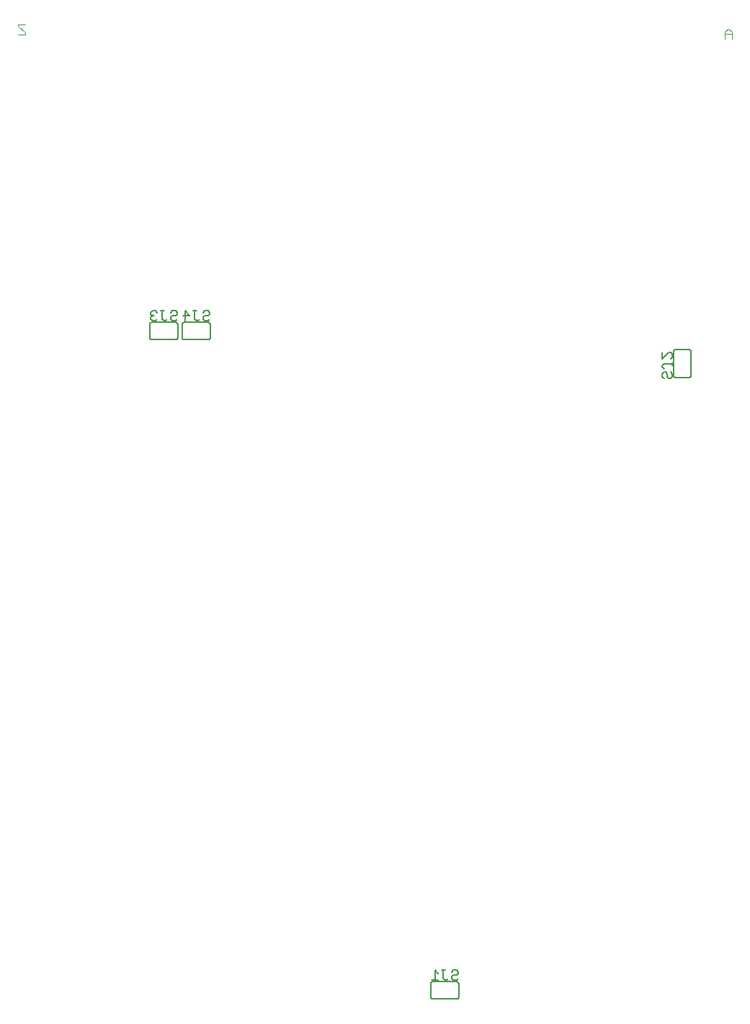
<source format=gbo>
G04 EAGLE Gerber RS-274X export*
G75*
%MOMM*%
%FSLAX34Y34*%
%LPD*%
%INSilkscreen Bottom*%
%IPPOS*%
%AMOC8*
5,1,8,0,0,1.08239X$1,22.5*%
G01*
%ADD10C,0.101600*%
%ADD11C,0.152400*%
%ADD12C,0.127000*%


D10*
X1480312Y813308D02*
X1480312Y821104D01*
X1476414Y825002D01*
X1472516Y821104D01*
X1472516Y813308D01*
X1472516Y819155D02*
X1480312Y819155D01*
X649732Y830082D02*
X641936Y830082D01*
X641936Y828133D01*
X649732Y820337D01*
X649732Y818388D01*
X641936Y818388D01*
D11*
X1129030Y-314960D02*
X1156970Y-314960D01*
X1129030Y-294640D02*
X1128930Y-294642D01*
X1128831Y-294648D01*
X1128731Y-294658D01*
X1128633Y-294671D01*
X1128534Y-294689D01*
X1128437Y-294710D01*
X1128341Y-294735D01*
X1128245Y-294764D01*
X1128151Y-294797D01*
X1128058Y-294833D01*
X1127967Y-294873D01*
X1127877Y-294917D01*
X1127789Y-294964D01*
X1127703Y-295014D01*
X1127619Y-295068D01*
X1127537Y-295125D01*
X1127458Y-295185D01*
X1127380Y-295249D01*
X1127306Y-295315D01*
X1127234Y-295384D01*
X1127165Y-295456D01*
X1127099Y-295530D01*
X1127035Y-295608D01*
X1126975Y-295687D01*
X1126918Y-295769D01*
X1126864Y-295853D01*
X1126814Y-295939D01*
X1126767Y-296027D01*
X1126723Y-296117D01*
X1126683Y-296208D01*
X1126647Y-296301D01*
X1126614Y-296395D01*
X1126585Y-296491D01*
X1126560Y-296587D01*
X1126539Y-296684D01*
X1126521Y-296783D01*
X1126508Y-296881D01*
X1126498Y-296981D01*
X1126492Y-297080D01*
X1126490Y-297180D01*
X1156970Y-294640D02*
X1157070Y-294642D01*
X1157169Y-294648D01*
X1157269Y-294658D01*
X1157367Y-294671D01*
X1157466Y-294689D01*
X1157563Y-294710D01*
X1157659Y-294735D01*
X1157755Y-294764D01*
X1157849Y-294797D01*
X1157942Y-294833D01*
X1158033Y-294873D01*
X1158123Y-294917D01*
X1158211Y-294964D01*
X1158297Y-295014D01*
X1158381Y-295068D01*
X1158463Y-295125D01*
X1158542Y-295185D01*
X1158620Y-295249D01*
X1158694Y-295315D01*
X1158766Y-295384D01*
X1158835Y-295456D01*
X1158901Y-295530D01*
X1158965Y-295608D01*
X1159025Y-295687D01*
X1159082Y-295769D01*
X1159136Y-295853D01*
X1159186Y-295939D01*
X1159233Y-296027D01*
X1159277Y-296117D01*
X1159317Y-296208D01*
X1159353Y-296301D01*
X1159386Y-296395D01*
X1159415Y-296491D01*
X1159440Y-296587D01*
X1159461Y-296684D01*
X1159479Y-296783D01*
X1159492Y-296881D01*
X1159502Y-296981D01*
X1159508Y-297080D01*
X1159510Y-297180D01*
X1159510Y-312420D02*
X1159508Y-312520D01*
X1159502Y-312619D01*
X1159492Y-312719D01*
X1159479Y-312817D01*
X1159461Y-312916D01*
X1159440Y-313013D01*
X1159415Y-313109D01*
X1159386Y-313205D01*
X1159353Y-313299D01*
X1159317Y-313392D01*
X1159277Y-313483D01*
X1159233Y-313573D01*
X1159186Y-313661D01*
X1159136Y-313747D01*
X1159082Y-313831D01*
X1159025Y-313913D01*
X1158965Y-313992D01*
X1158901Y-314070D01*
X1158835Y-314144D01*
X1158766Y-314216D01*
X1158694Y-314285D01*
X1158620Y-314351D01*
X1158542Y-314415D01*
X1158463Y-314475D01*
X1158381Y-314532D01*
X1158297Y-314586D01*
X1158211Y-314636D01*
X1158123Y-314683D01*
X1158033Y-314727D01*
X1157942Y-314767D01*
X1157849Y-314803D01*
X1157755Y-314836D01*
X1157659Y-314865D01*
X1157563Y-314890D01*
X1157466Y-314911D01*
X1157367Y-314929D01*
X1157269Y-314942D01*
X1157169Y-314952D01*
X1157070Y-314958D01*
X1156970Y-314960D01*
X1129030Y-314960D02*
X1128930Y-314958D01*
X1128831Y-314952D01*
X1128731Y-314942D01*
X1128633Y-314929D01*
X1128534Y-314911D01*
X1128437Y-314890D01*
X1128341Y-314865D01*
X1128245Y-314836D01*
X1128151Y-314803D01*
X1128058Y-314767D01*
X1127967Y-314727D01*
X1127877Y-314683D01*
X1127789Y-314636D01*
X1127703Y-314586D01*
X1127619Y-314532D01*
X1127537Y-314475D01*
X1127458Y-314415D01*
X1127380Y-314351D01*
X1127306Y-314285D01*
X1127234Y-314216D01*
X1127165Y-314144D01*
X1127099Y-314070D01*
X1127035Y-313992D01*
X1126975Y-313913D01*
X1126918Y-313831D01*
X1126864Y-313747D01*
X1126814Y-313661D01*
X1126767Y-313573D01*
X1126723Y-313483D01*
X1126683Y-313392D01*
X1126647Y-313299D01*
X1126614Y-313205D01*
X1126585Y-313109D01*
X1126560Y-313013D01*
X1126539Y-312916D01*
X1126521Y-312817D01*
X1126508Y-312719D01*
X1126498Y-312619D01*
X1126492Y-312520D01*
X1126490Y-312420D01*
X1126490Y-297180D01*
X1159510Y-297180D02*
X1159510Y-312420D01*
X1156970Y-294640D02*
X1129030Y-294640D01*
D12*
X1151249Y-283202D02*
X1153155Y-281295D01*
X1156968Y-281295D01*
X1158875Y-283202D01*
X1158875Y-285109D01*
X1156968Y-287015D01*
X1153155Y-287015D01*
X1151249Y-288922D01*
X1151249Y-290828D01*
X1153155Y-292735D01*
X1156968Y-292735D01*
X1158875Y-290828D01*
X1147181Y-290828D02*
X1145274Y-292735D01*
X1143368Y-292735D01*
X1141461Y-290828D01*
X1141461Y-281295D01*
X1139555Y-281295D02*
X1143368Y-281295D01*
X1135487Y-285109D02*
X1131674Y-281295D01*
X1131674Y-292735D01*
X1135487Y-292735D02*
X1127861Y-292735D01*
D11*
X1432560Y417830D02*
X1432560Y445770D01*
X1412240Y417830D02*
X1412242Y417730D01*
X1412248Y417631D01*
X1412258Y417531D01*
X1412271Y417433D01*
X1412289Y417334D01*
X1412310Y417237D01*
X1412335Y417141D01*
X1412364Y417045D01*
X1412397Y416951D01*
X1412433Y416858D01*
X1412473Y416767D01*
X1412517Y416677D01*
X1412564Y416589D01*
X1412614Y416503D01*
X1412668Y416419D01*
X1412725Y416337D01*
X1412785Y416258D01*
X1412849Y416180D01*
X1412915Y416106D01*
X1412984Y416034D01*
X1413056Y415965D01*
X1413130Y415899D01*
X1413208Y415835D01*
X1413287Y415775D01*
X1413369Y415718D01*
X1413453Y415664D01*
X1413539Y415614D01*
X1413627Y415567D01*
X1413717Y415523D01*
X1413808Y415483D01*
X1413901Y415447D01*
X1413995Y415414D01*
X1414091Y415385D01*
X1414187Y415360D01*
X1414284Y415339D01*
X1414383Y415321D01*
X1414481Y415308D01*
X1414581Y415298D01*
X1414680Y415292D01*
X1414780Y415290D01*
X1412240Y445770D02*
X1412242Y445870D01*
X1412248Y445969D01*
X1412258Y446069D01*
X1412271Y446167D01*
X1412289Y446266D01*
X1412310Y446363D01*
X1412335Y446459D01*
X1412364Y446555D01*
X1412397Y446649D01*
X1412433Y446742D01*
X1412473Y446833D01*
X1412517Y446923D01*
X1412564Y447011D01*
X1412614Y447097D01*
X1412668Y447181D01*
X1412725Y447263D01*
X1412785Y447342D01*
X1412849Y447420D01*
X1412915Y447494D01*
X1412984Y447566D01*
X1413056Y447635D01*
X1413130Y447701D01*
X1413208Y447765D01*
X1413287Y447825D01*
X1413369Y447882D01*
X1413453Y447936D01*
X1413539Y447986D01*
X1413627Y448033D01*
X1413717Y448077D01*
X1413808Y448117D01*
X1413901Y448153D01*
X1413995Y448186D01*
X1414091Y448215D01*
X1414187Y448240D01*
X1414284Y448261D01*
X1414383Y448279D01*
X1414481Y448292D01*
X1414581Y448302D01*
X1414680Y448308D01*
X1414780Y448310D01*
X1430020Y448310D02*
X1430120Y448308D01*
X1430219Y448302D01*
X1430319Y448292D01*
X1430417Y448279D01*
X1430516Y448261D01*
X1430613Y448240D01*
X1430709Y448215D01*
X1430805Y448186D01*
X1430899Y448153D01*
X1430992Y448117D01*
X1431083Y448077D01*
X1431173Y448033D01*
X1431261Y447986D01*
X1431347Y447936D01*
X1431431Y447882D01*
X1431513Y447825D01*
X1431592Y447765D01*
X1431670Y447701D01*
X1431744Y447635D01*
X1431816Y447566D01*
X1431885Y447494D01*
X1431951Y447420D01*
X1432015Y447342D01*
X1432075Y447263D01*
X1432132Y447181D01*
X1432186Y447097D01*
X1432236Y447011D01*
X1432283Y446923D01*
X1432327Y446833D01*
X1432367Y446742D01*
X1432403Y446649D01*
X1432436Y446555D01*
X1432465Y446459D01*
X1432490Y446363D01*
X1432511Y446266D01*
X1432529Y446167D01*
X1432542Y446069D01*
X1432552Y445969D01*
X1432558Y445870D01*
X1432560Y445770D01*
X1432560Y417830D02*
X1432558Y417730D01*
X1432552Y417631D01*
X1432542Y417531D01*
X1432529Y417433D01*
X1432511Y417334D01*
X1432490Y417237D01*
X1432465Y417141D01*
X1432436Y417045D01*
X1432403Y416951D01*
X1432367Y416858D01*
X1432327Y416767D01*
X1432283Y416677D01*
X1432236Y416589D01*
X1432186Y416503D01*
X1432132Y416419D01*
X1432075Y416337D01*
X1432015Y416258D01*
X1431951Y416180D01*
X1431885Y416106D01*
X1431816Y416034D01*
X1431744Y415965D01*
X1431670Y415899D01*
X1431592Y415835D01*
X1431513Y415775D01*
X1431431Y415718D01*
X1431347Y415664D01*
X1431261Y415614D01*
X1431173Y415567D01*
X1431083Y415523D01*
X1430992Y415483D01*
X1430899Y415447D01*
X1430805Y415414D01*
X1430709Y415385D01*
X1430613Y415360D01*
X1430516Y415339D01*
X1430417Y415321D01*
X1430319Y415308D01*
X1430219Y415298D01*
X1430120Y415292D01*
X1430020Y415290D01*
X1414780Y415290D01*
X1414780Y448310D02*
X1430020Y448310D01*
X1412240Y445770D02*
X1412240Y417830D01*
D12*
X1410345Y419583D02*
X1408438Y421490D01*
X1410345Y419583D02*
X1410345Y415770D01*
X1408438Y413863D01*
X1406532Y413863D01*
X1404625Y415770D01*
X1404625Y419583D01*
X1402718Y421490D01*
X1400812Y421490D01*
X1398905Y419583D01*
X1398905Y415770D01*
X1400812Y413863D01*
X1400812Y425557D02*
X1398905Y427464D01*
X1398905Y429370D01*
X1400812Y431277D01*
X1410345Y431277D01*
X1410345Y429370D02*
X1410345Y433184D01*
X1398905Y437251D02*
X1398905Y444877D01*
X1398905Y437251D02*
X1406532Y444877D01*
X1408438Y444877D01*
X1410345Y442971D01*
X1410345Y439158D01*
X1408438Y437251D01*
D11*
X826770Y459740D02*
X798830Y459740D01*
X796290Y477520D02*
X796292Y477620D01*
X796298Y477719D01*
X796308Y477819D01*
X796321Y477917D01*
X796339Y478016D01*
X796360Y478113D01*
X796385Y478209D01*
X796414Y478305D01*
X796447Y478399D01*
X796483Y478492D01*
X796523Y478583D01*
X796567Y478673D01*
X796614Y478761D01*
X796664Y478847D01*
X796718Y478931D01*
X796775Y479013D01*
X796835Y479092D01*
X796899Y479170D01*
X796965Y479244D01*
X797034Y479316D01*
X797106Y479385D01*
X797180Y479451D01*
X797258Y479515D01*
X797337Y479575D01*
X797419Y479632D01*
X797503Y479686D01*
X797589Y479736D01*
X797677Y479783D01*
X797767Y479827D01*
X797858Y479867D01*
X797951Y479903D01*
X798045Y479936D01*
X798141Y479965D01*
X798237Y479990D01*
X798334Y480011D01*
X798433Y480029D01*
X798531Y480042D01*
X798631Y480052D01*
X798730Y480058D01*
X798830Y480060D01*
X826770Y480060D02*
X826870Y480058D01*
X826969Y480052D01*
X827069Y480042D01*
X827167Y480029D01*
X827266Y480011D01*
X827363Y479990D01*
X827459Y479965D01*
X827555Y479936D01*
X827649Y479903D01*
X827742Y479867D01*
X827833Y479827D01*
X827923Y479783D01*
X828011Y479736D01*
X828097Y479686D01*
X828181Y479632D01*
X828263Y479575D01*
X828342Y479515D01*
X828420Y479451D01*
X828494Y479385D01*
X828566Y479316D01*
X828635Y479244D01*
X828701Y479170D01*
X828765Y479092D01*
X828825Y479013D01*
X828882Y478931D01*
X828936Y478847D01*
X828986Y478761D01*
X829033Y478673D01*
X829077Y478583D01*
X829117Y478492D01*
X829153Y478399D01*
X829186Y478305D01*
X829215Y478209D01*
X829240Y478113D01*
X829261Y478016D01*
X829279Y477917D01*
X829292Y477819D01*
X829302Y477719D01*
X829308Y477620D01*
X829310Y477520D01*
X829310Y462280D02*
X829308Y462180D01*
X829302Y462081D01*
X829292Y461981D01*
X829279Y461883D01*
X829261Y461784D01*
X829240Y461687D01*
X829215Y461591D01*
X829186Y461495D01*
X829153Y461401D01*
X829117Y461308D01*
X829077Y461217D01*
X829033Y461127D01*
X828986Y461039D01*
X828936Y460953D01*
X828882Y460869D01*
X828825Y460787D01*
X828765Y460708D01*
X828701Y460630D01*
X828635Y460556D01*
X828566Y460484D01*
X828494Y460415D01*
X828420Y460349D01*
X828342Y460285D01*
X828263Y460225D01*
X828181Y460168D01*
X828097Y460114D01*
X828011Y460064D01*
X827923Y460017D01*
X827833Y459973D01*
X827742Y459933D01*
X827649Y459897D01*
X827555Y459864D01*
X827459Y459835D01*
X827363Y459810D01*
X827266Y459789D01*
X827167Y459771D01*
X827069Y459758D01*
X826969Y459748D01*
X826870Y459742D01*
X826770Y459740D01*
X798830Y459740D02*
X798730Y459742D01*
X798631Y459748D01*
X798531Y459758D01*
X798433Y459771D01*
X798334Y459789D01*
X798237Y459810D01*
X798141Y459835D01*
X798045Y459864D01*
X797951Y459897D01*
X797858Y459933D01*
X797767Y459973D01*
X797677Y460017D01*
X797589Y460064D01*
X797503Y460114D01*
X797419Y460168D01*
X797337Y460225D01*
X797258Y460285D01*
X797180Y460349D01*
X797106Y460415D01*
X797034Y460484D01*
X796965Y460556D01*
X796899Y460630D01*
X796835Y460708D01*
X796775Y460787D01*
X796718Y460869D01*
X796664Y460953D01*
X796614Y461039D01*
X796567Y461127D01*
X796523Y461217D01*
X796483Y461308D01*
X796447Y461401D01*
X796414Y461495D01*
X796385Y461591D01*
X796360Y461687D01*
X796339Y461784D01*
X796321Y461883D01*
X796308Y461981D01*
X796298Y462081D01*
X796292Y462180D01*
X796290Y462280D01*
X796290Y477520D01*
X829310Y477520D02*
X829310Y462280D01*
X826770Y480060D02*
X798830Y480060D01*
D12*
X821049Y491498D02*
X822955Y493405D01*
X826768Y493405D01*
X828675Y491498D01*
X828675Y489592D01*
X826768Y487685D01*
X822955Y487685D01*
X821049Y485778D01*
X821049Y483872D01*
X822955Y481965D01*
X826768Y481965D01*
X828675Y483872D01*
X816981Y483872D02*
X815074Y481965D01*
X813168Y481965D01*
X811261Y483872D01*
X811261Y493405D01*
X809355Y493405D02*
X813168Y493405D01*
X805287Y491498D02*
X803380Y493405D01*
X799567Y493405D01*
X797661Y491498D01*
X797661Y489592D01*
X799567Y487685D01*
X801474Y487685D01*
X799567Y487685D02*
X797661Y485778D01*
X797661Y483872D01*
X799567Y481965D01*
X803380Y481965D01*
X805287Y483872D01*
D11*
X836930Y459740D02*
X864870Y459740D01*
X836930Y480060D02*
X836830Y480058D01*
X836731Y480052D01*
X836631Y480042D01*
X836533Y480029D01*
X836434Y480011D01*
X836337Y479990D01*
X836241Y479965D01*
X836145Y479936D01*
X836051Y479903D01*
X835958Y479867D01*
X835867Y479827D01*
X835777Y479783D01*
X835689Y479736D01*
X835603Y479686D01*
X835519Y479632D01*
X835437Y479575D01*
X835358Y479515D01*
X835280Y479451D01*
X835206Y479385D01*
X835134Y479316D01*
X835065Y479244D01*
X834999Y479170D01*
X834935Y479092D01*
X834875Y479013D01*
X834818Y478931D01*
X834764Y478847D01*
X834714Y478761D01*
X834667Y478673D01*
X834623Y478583D01*
X834583Y478492D01*
X834547Y478399D01*
X834514Y478305D01*
X834485Y478209D01*
X834460Y478113D01*
X834439Y478016D01*
X834421Y477917D01*
X834408Y477819D01*
X834398Y477719D01*
X834392Y477620D01*
X834390Y477520D01*
X864870Y480060D02*
X864970Y480058D01*
X865069Y480052D01*
X865169Y480042D01*
X865267Y480029D01*
X865366Y480011D01*
X865463Y479990D01*
X865559Y479965D01*
X865655Y479936D01*
X865749Y479903D01*
X865842Y479867D01*
X865933Y479827D01*
X866023Y479783D01*
X866111Y479736D01*
X866197Y479686D01*
X866281Y479632D01*
X866363Y479575D01*
X866442Y479515D01*
X866520Y479451D01*
X866594Y479385D01*
X866666Y479316D01*
X866735Y479244D01*
X866801Y479170D01*
X866865Y479092D01*
X866925Y479013D01*
X866982Y478931D01*
X867036Y478847D01*
X867086Y478761D01*
X867133Y478673D01*
X867177Y478583D01*
X867217Y478492D01*
X867253Y478399D01*
X867286Y478305D01*
X867315Y478209D01*
X867340Y478113D01*
X867361Y478016D01*
X867379Y477917D01*
X867392Y477819D01*
X867402Y477719D01*
X867408Y477620D01*
X867410Y477520D01*
X867410Y462280D02*
X867408Y462180D01*
X867402Y462081D01*
X867392Y461981D01*
X867379Y461883D01*
X867361Y461784D01*
X867340Y461687D01*
X867315Y461591D01*
X867286Y461495D01*
X867253Y461401D01*
X867217Y461308D01*
X867177Y461217D01*
X867133Y461127D01*
X867086Y461039D01*
X867036Y460953D01*
X866982Y460869D01*
X866925Y460787D01*
X866865Y460708D01*
X866801Y460630D01*
X866735Y460556D01*
X866666Y460484D01*
X866594Y460415D01*
X866520Y460349D01*
X866442Y460285D01*
X866363Y460225D01*
X866281Y460168D01*
X866197Y460114D01*
X866111Y460064D01*
X866023Y460017D01*
X865933Y459973D01*
X865842Y459933D01*
X865749Y459897D01*
X865655Y459864D01*
X865559Y459835D01*
X865463Y459810D01*
X865366Y459789D01*
X865267Y459771D01*
X865169Y459758D01*
X865069Y459748D01*
X864970Y459742D01*
X864870Y459740D01*
X836930Y459740D02*
X836830Y459742D01*
X836731Y459748D01*
X836631Y459758D01*
X836533Y459771D01*
X836434Y459789D01*
X836337Y459810D01*
X836241Y459835D01*
X836145Y459864D01*
X836051Y459897D01*
X835958Y459933D01*
X835867Y459973D01*
X835777Y460017D01*
X835689Y460064D01*
X835603Y460114D01*
X835519Y460168D01*
X835437Y460225D01*
X835358Y460285D01*
X835280Y460349D01*
X835206Y460415D01*
X835134Y460484D01*
X835065Y460556D01*
X834999Y460630D01*
X834935Y460708D01*
X834875Y460787D01*
X834818Y460869D01*
X834764Y460953D01*
X834714Y461039D01*
X834667Y461127D01*
X834623Y461217D01*
X834583Y461308D01*
X834547Y461401D01*
X834514Y461495D01*
X834485Y461591D01*
X834460Y461687D01*
X834439Y461784D01*
X834421Y461883D01*
X834408Y461981D01*
X834398Y462081D01*
X834392Y462180D01*
X834390Y462280D01*
X834390Y477520D01*
X867410Y477520D02*
X867410Y462280D01*
X864870Y480060D02*
X836930Y480060D01*
D12*
X859149Y491498D02*
X861055Y493405D01*
X864868Y493405D01*
X866775Y491498D01*
X866775Y489592D01*
X864868Y487685D01*
X861055Y487685D01*
X859149Y485778D01*
X859149Y483872D01*
X861055Y481965D01*
X864868Y481965D01*
X866775Y483872D01*
X855081Y483872D02*
X853174Y481965D01*
X851268Y481965D01*
X849361Y483872D01*
X849361Y493405D01*
X847455Y493405D02*
X851268Y493405D01*
X837667Y493405D02*
X837667Y481965D01*
X843387Y487685D02*
X837667Y493405D01*
X835761Y487685D02*
X843387Y487685D01*
M02*

</source>
